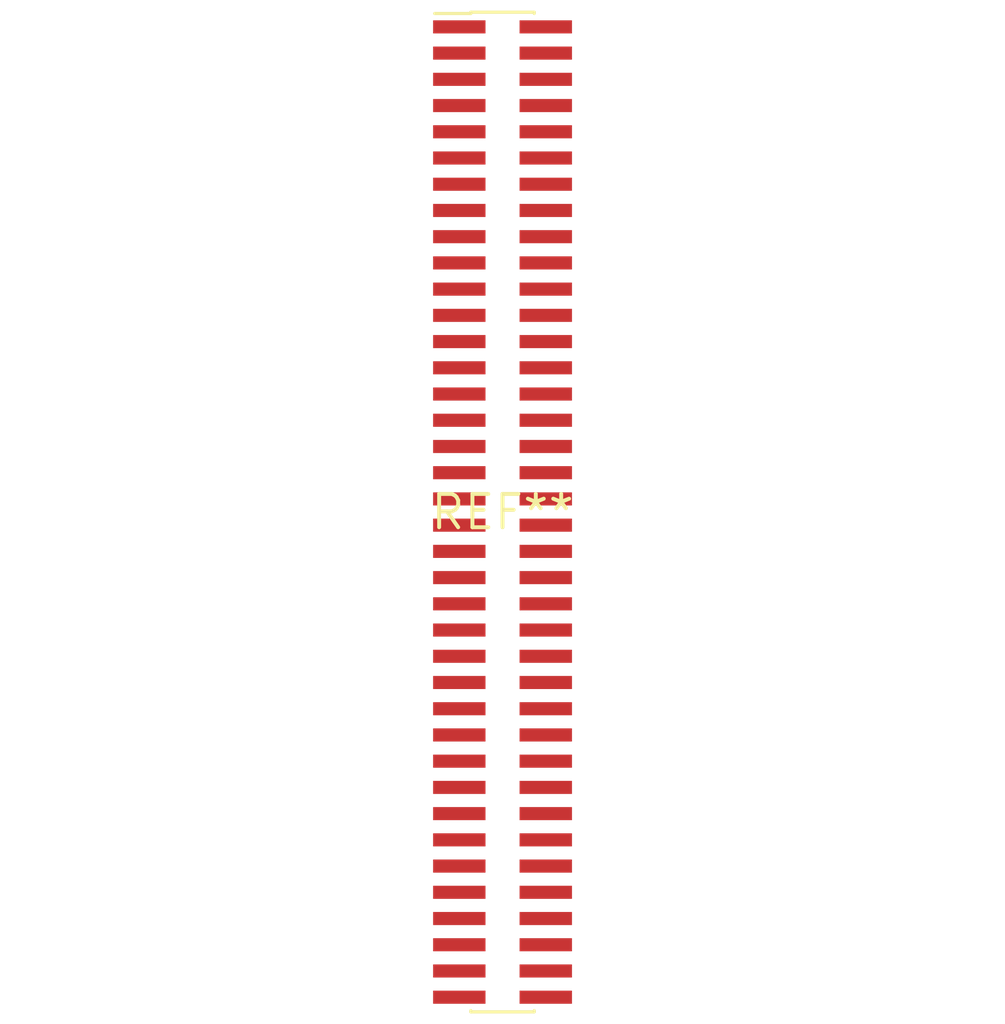
<source format=kicad_pcb>
(kicad_pcb (version 20240108) (generator pcbnew)
  (layers (0 "F.Cu" signal) (31 "B.Cu" signal) (34 "B.Paste" user) (35 "F.Paste" user) (36 "B.SilkS" user "B.Silkscreen") (37 "F.SilkS" user "F.Silkscreen") (38 "B.Mask" user) (39 "F.Mask" user) (44 "Edge.Cuts" user))
  (net 0 "")
  (footprint "PinHeader_2x38_P1.00mm_Vertical_SMD" (layer "F.Cu") (at 0 0)
    (property "Reference" "REF**")
    (property "Value" "PinHeader_2x38_P1.00mm_Vertical_SMD")
    (fp_line (start -2.59 -19.01) (end -1.21 -19.01) (layer "F.SilkS") (stroke (width 0.12)))
    (fp_line (start -1.21 -19.06) (end -1.21 -19.01) (layer "F.SilkS") (stroke (width 0.12)))
    (fp_line (start -1.21 -19.06) (end 1.21 -19.06) (layer "F.SilkS") (stroke (width 0.12)))
    (fp_line (start -1.21 19.01) (end -1.21 19.06) (layer "F.SilkS") (stroke (width 0.12)))
    (fp_line (start -1.21 19.06) (end 1.21 19.06) (layer "F.SilkS") (stroke (width 0.12)))
    (fp_line (start 1.21 -19.06) (end 1.21 -19.01) (layer "F.SilkS") (stroke (width 0.12)))
    (fp_line (start 1.21 19.01) (end 1.21 19.06) (layer "F.SilkS") (stroke (width 0.12)))
    (pad "1" smd rect (at -1.65 -18.5) (size 2 0.5) (layers "F.Cu" "F.Paste" "F.Mask"))
    (pad "2" smd rect (at 1.65 -18.5) (size 2 0.5) (layers "F.Cu" "F.Paste" "F.Mask"))
    (pad "3" smd rect (at -1.65 -17.5) (size 2 0.5) (layers "F.Cu" "F.Paste" "F.Mask"))
    (pad "4" smd rect (at 1.65 -17.5) (size 2 0.5) (layers "F.Cu" "F.Paste" "F.Mask"))
    (pad "5" smd rect (at -1.65 -16.5) (size 2 0.5) (layers "F.Cu" "F.Paste" "F.Mask"))
    (pad "6" smd rect (at 1.65 -16.5) (size 2 0.5) (layers "F.Cu" "F.Paste" "F.Mask"))
    (pad "7" smd rect (at -1.65 -15.5) (size 2 0.5) (layers "F.Cu" "F.Paste" "F.Mask"))
    (pad "8" smd rect (at 1.65 -15.5) (size 2 0.5) (layers "F.Cu" "F.Paste" "F.Mask"))
    (pad "9" smd rect (at -1.65 -14.5) (size 2 0.5) (layers "F.Cu" "F.Paste" "F.Mask"))
    (pad "10" smd rect (at 1.65 -14.5) (size 2 0.5) (layers "F.Cu" "F.Paste" "F.Mask"))
    (pad "11" smd rect (at -1.65 -13.5) (size 2 0.5) (layers "F.Cu" "F.Paste" "F.Mask"))
    (pad "12" smd rect (at 1.65 -13.5) (size 2 0.5) (layers "F.Cu" "F.Paste" "F.Mask"))
    (pad "13" smd rect (at -1.65 -12.5) (size 2 0.5) (layers "F.Cu" "F.Paste" "F.Mask"))
    (pad "14" smd rect (at 1.65 -12.5) (size 2 0.5) (layers "F.Cu" "F.Paste" "F.Mask"))
    (pad "15" smd rect (at -1.65 -11.5) (size 2 0.5) (layers "F.Cu" "F.Paste" "F.Mask"))
    (pad "16" smd rect (at 1.65 -11.5) (size 2 0.5) (layers "F.Cu" "F.Paste" "F.Mask"))
    (pad "17" smd rect (at -1.65 -10.5) (size 2 0.5) (layers "F.Cu" "F.Paste" "F.Mask"))
    (pad "18" smd rect (at 1.65 -10.5) (size 2 0.5) (layers "F.Cu" "F.Paste" "F.Mask"))
    (pad "19" smd rect (at -1.65 -9.5) (size 2 0.5) (layers "F.Cu" "F.Paste" "F.Mask"))
    (pad "20" smd rect (at 1.65 -9.5) (size 2 0.5) (layers "F.Cu" "F.Paste" "F.Mask"))
    (pad "21" smd rect (at -1.65 -8.5) (size 2 0.5) (layers "F.Cu" "F.Paste" "F.Mask"))
    (pad "22" smd rect (at 1.65 -8.5) (size 2 0.5) (layers "F.Cu" "F.Paste" "F.Mask"))
    (pad "23" smd rect (at -1.65 -7.5) (size 2 0.5) (layers "F.Cu" "F.Paste" "F.Mask"))
    (pad "24" smd rect (at 1.65 -7.5) (size 2 0.5) (layers "F.Cu" "F.Paste" "F.Mask"))
    (pad "25" smd rect (at -1.65 -6.5) (size 2 0.5) (layers "F.Cu" "F.Paste" "F.Mask"))
    (pad "26" smd rect (at 1.65 -6.5) (size 2 0.5) (layers "F.Cu" "F.Paste" "F.Mask"))
    (pad "27" smd rect (at -1.65 -5.5) (size 2 0.5) (layers "F.Cu" "F.Paste" "F.Mask"))
    (pad "28" smd rect (at 1.65 -5.5) (size 2 0.5) (layers "F.Cu" "F.Paste" "F.Mask"))
    (pad "29" smd rect (at -1.65 -4.5) (size 2 0.5) (layers "F.Cu" "F.Paste" "F.Mask"))
    (pad "30" smd rect (at 1.65 -4.5) (size 2 0.5) (layers "F.Cu" "F.Paste" "F.Mask"))
    (pad "31" smd rect (at -1.65 -3.5) (size 2 0.5) (layers "F.Cu" "F.Paste" "F.Mask"))
    (pad "32" smd rect (at 1.65 -3.5) (size 2 0.5) (layers "F.Cu" "F.Paste" "F.Mask"))
    (pad "33" smd rect (at -1.65 -2.5) (size 2 0.5) (layers "F.Cu" "F.Paste" "F.Mask"))
    (pad "34" smd rect (at 1.65 -2.5) (size 2 0.5) (layers "F.Cu" "F.Paste" "F.Mask"))
    (pad "35" smd rect (at -1.65 -1.5) (size 2 0.5) (layers "F.Cu" "F.Paste" "F.Mask"))
    (pad "36" smd rect (at 1.65 -1.5) (size 2 0.5) (layers "F.Cu" "F.Paste" "F.Mask"))
    (pad "37" smd rect (at -1.65 -0.5) (size 2 0.5) (layers "F.Cu" "F.Paste" "F.Mask"))
    (pad "38" smd rect (at 1.65 -0.5) (size 2 0.5) (layers "F.Cu" "F.Paste" "F.Mask"))
    (pad "39" smd rect (at -1.65 0.5) (size 2 0.5) (layers "F.Cu" "F.Paste" "F.Mask"))
    (pad "40" smd rect (at 1.65 0.5) (size 2 0.5) (layers "F.Cu" "F.Paste" "F.Mask"))
    (pad "41" smd rect (at -1.65 1.5) (size 2 0.5) (layers "F.Cu" "F.Paste" "F.Mask"))
    (pad "42" smd rect (at 1.65 1.5) (size 2 0.5) (layers "F.Cu" "F.Paste" "F.Mask"))
    (pad "43" smd rect (at -1.65 2.5) (size 2 0.5) (layers "F.Cu" "F.Paste" "F.Mask"))
    (pad "44" smd rect (at 1.65 2.5) (size 2 0.5) (layers "F.Cu" "F.Paste" "F.Mask"))
    (pad "45" smd rect (at -1.65 3.5) (size 2 0.5) (layers "F.Cu" "F.Paste" "F.Mask"))
    (pad "46" smd rect (at 1.65 3.5) (size 2 0.5) (layers "F.Cu" "F.Paste" "F.Mask"))
    (pad "47" smd rect (at -1.65 4.5) (size 2 0.5) (layers "F.Cu" "F.Paste" "F.Mask"))
    (pad "48" smd rect (at 1.65 4.5) (size 2 0.5) (layers "F.Cu" "F.Paste" "F.Mask"))
    (pad "49" smd rect (at -1.65 5.5) (size 2 0.5) (layers "F.Cu" "F.Paste" "F.Mask"))
    (pad "50" smd rect (at 1.65 5.5) (size 2 0.5) (layers "F.Cu" "F.Paste" "F.Mask"))
    (pad "51" smd rect (at -1.65 6.5) (size 2 0.5) (layers "F.Cu" "F.Paste" "F.Mask"))
    (pad "52" smd rect (at 1.65 6.5) (size 2 0.5) (layers "F.Cu" "F.Paste" "F.Mask"))
    (pad "53" smd rect (at -1.65 7.5) (size 2 0.5) (layers "F.Cu" "F.Paste" "F.Mask"))
    (pad "54" smd rect (at 1.65 7.5) (size 2 0.5) (layers "F.Cu" "F.Paste" "F.Mask"))
    (pad "55" smd rect (at -1.65 8.5) (size 2 0.5) (layers "F.Cu" "F.Paste" "F.Mask"))
    (pad "56" smd rect (at 1.65 8.5) (size 2 0.5) (layers "F.Cu" "F.Paste" "F.Mask"))
    (pad "57" smd rect (at -1.65 9.5) (size 2 0.5) (layers "F.Cu" "F.Paste" "F.Mask"))
    (pad "58" smd rect (at 1.65 9.5) (size 2 0.5) (layers "F.Cu" "F.Paste" "F.Mask"))
    (pad "59" smd rect (at -1.65 10.5) (size 2 0.5) (layers "F.Cu" "F.Paste" "F.Mask"))
    (pad "60" smd rect (at 1.65 10.5) (size 2 0.5) (layers "F.Cu" "F.Paste" "F.Mask"))
    (pad "61" smd rect (at -1.65 11.5) (size 2 0.5) (layers "F.Cu" "F.Paste" "F.Mask"))
    (pad "62" smd rect (at 1.65 11.5) (size 2 0.5) (layers "F.Cu" "F.Paste" "F.Mask"))
    (pad "63" smd rect (at -1.65 12.5) (size 2 0.5) (layers "F.Cu" "F.Paste" "F.Mask"))
    (pad "64" smd rect (at 1.65 12.5) (size 2 0.5) (layers "F.Cu" "F.Paste" "F.Mask"))
    (pad "65" smd rect (at -1.65 13.5) (size 2 0.5) (layers "F.Cu" "F.Paste" "F.Mask"))
    (pad "66" smd rect (at 1.65 13.5) (size 2 0.5) (layers "F.Cu" "F.Paste" "F.Mask"))
    (pad "67" smd rect (at -1.65 14.5) (size 2 0.5) (layers "F.Cu" "F.Paste" "F.Mask"))
    (pad "68" smd rect (at 1.65 14.5) (size 2 0.5) (layers "F.Cu" "F.Paste" "F.Mask"))
    (pad "69" smd rect (at -1.65 15.5) (size 2 0.5) (layers "F.Cu" "F.Paste" "F.Mask"))
    (pad "70" smd rect (at 1.65 15.5) (size 2 0.5) (layers "F.Cu" "F.Paste" "F.Mask"))
    (pad "71" smd rect (at -1.65 16.5) (size 2 0.5) (layers "F.Cu" "F.Paste" "F.Mask"))
    (pad "72" smd rect (at 1.65 16.5) (size 2 0.5) (layers "F.Cu" "F.Paste" "F.Mask"))
    (pad "73" smd rect (at -1.65 17.5) (size 2 0.5) (layers "F.Cu" "F.Paste" "F.Mask"))
    (pad "74" smd rect (at 1.65 17.5) (size 2 0.5) (layers "F.Cu" "F.Paste" "F.Mask"))
    (pad "75" smd rect (at -1.65 18.5) (size 2 0.5) (layers "F.Cu" "F.Paste" "F.Mask"))
    (pad "76" smd rect (at 1.65 18.5) (size 2 0.5) (layers "F.Cu" "F.Paste" "F.Mask"))
  )
)
</source>
